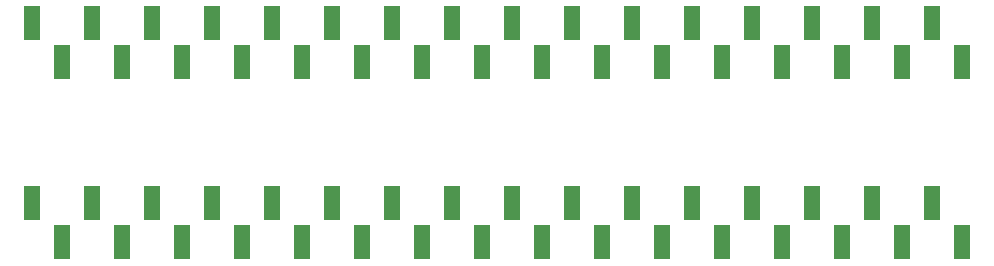
<source format=gbr>
G04 #@! TF.FileFunction,Soldermask,Bot*
%FSLAX46Y46*%
G04 Gerber Fmt 4.6, Leading zero omitted, Abs format (unit mm)*
G04 Created by KiCad (PCBNEW 4.0.7) date 02/22/18 18:04:52*
%MOMM*%
%LPD*%
G01*
G04 APERTURE LIST*
%ADD10C,0.100000*%
%ADD11R,1.400000X2.910000*%
G04 APERTURE END LIST*
D10*
D11*
X115824000Y-100584000D03*
X120904000Y-100584000D03*
X125984000Y-100584000D03*
X131064000Y-100584000D03*
X136144000Y-100584000D03*
X141224000Y-100584000D03*
X146304000Y-100584000D03*
X151384000Y-100584000D03*
X156464000Y-100584000D03*
X161544000Y-100584000D03*
X166624000Y-100584000D03*
X171704000Y-100584000D03*
X176784000Y-100584000D03*
X181864000Y-100584000D03*
X186944000Y-100584000D03*
X192024000Y-100584000D03*
X118364000Y-103894000D03*
X123444000Y-103894000D03*
X128524000Y-103894000D03*
X133604000Y-103894000D03*
X138684000Y-103894000D03*
X143764000Y-103894000D03*
X148844000Y-103894000D03*
X153924000Y-103894000D03*
X159004000Y-103894000D03*
X164084000Y-103894000D03*
X169164000Y-103894000D03*
X174244000Y-103894000D03*
X179324000Y-103894000D03*
X184404000Y-103894000D03*
X189484000Y-103894000D03*
X194564000Y-103894000D03*
X115824000Y-85344000D03*
X120904000Y-85344000D03*
X125984000Y-85344000D03*
X131064000Y-85344000D03*
X136144000Y-85344000D03*
X141224000Y-85344000D03*
X146304000Y-85344000D03*
X151384000Y-85344000D03*
X156464000Y-85344000D03*
X161544000Y-85344000D03*
X166624000Y-85344000D03*
X171704000Y-85344000D03*
X176784000Y-85344000D03*
X181864000Y-85344000D03*
X186944000Y-85344000D03*
X192024000Y-85344000D03*
X118364000Y-88654000D03*
X123444000Y-88654000D03*
X128524000Y-88654000D03*
X133604000Y-88654000D03*
X138684000Y-88654000D03*
X143764000Y-88654000D03*
X148844000Y-88654000D03*
X153924000Y-88654000D03*
X159004000Y-88654000D03*
X164084000Y-88654000D03*
X169164000Y-88654000D03*
X174244000Y-88654000D03*
X179324000Y-88654000D03*
X184404000Y-88654000D03*
X189484000Y-88654000D03*
X194564000Y-88654000D03*
M02*

</source>
